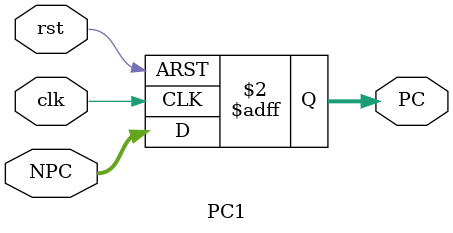
<source format=v>
module PC1( clk, rst, NPC, PC );

  input              clk; 
  input              rst;
  input       [31:0] NPC;
  output reg  [31:0] PC;

  always @(posedge clk, posedge rst)
    if (rst) 
      PC <= 32'h0000_0000; // Reset PC to 0
//      PC <= 32'h0000_3000;
    else  
      PC <= NPC; // Update PC with the next PC value
      
endmodule


</source>
